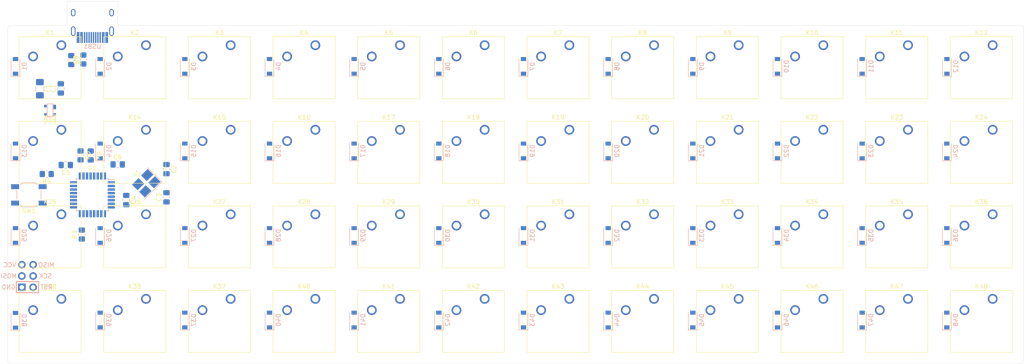
<source format=kicad_pcb>
(kicad_pcb (version 20171130) (host pcbnew 5.1.9-73d0e3b20d~88~ubuntu20.04.1)
  (layers (0 F.Cu signal) (31 B.Cu signal) (34 B.Paste user) (35 F.Paste user) (36 B.SilkS user) (37 F.SilkS user) (38 B.Mask user) (39 F.Mask user) (44 Edge.Cuts user))
  (net 0 "")
  (net 1 +5V)
  (net 2 VCC)
  (net 3 "Net-(D1-Pad2)")
  (net 4 "Net-(D2-Pad2)")
  (net 5 "Net-(D3-Pad2)")
  (net 6 "Net-(D4-Pad2)")
  (net 7 "Net-(R3-Pad1)")
  (net 8 "Net-(U1-Pad8)")
  (net 9 "Net-(U1-Pad9)")
  (net 10 "Net-(U1-Pad10)")
  (net 11 "Net-(U1-Pad11)")
  (net 12 "Net-(U1-Pad12)")
  (net 13 "Net-(U1-Pad18)")
  (net 14 "Net-(U1-Pad19)")
  (net 15 "Net-(U1-Pad20)")
  (net 16 "Net-(U1-Pad21)")
  (net 17 "Net-(U1-Pad22)")
  (net 18 "Net-(U1-Pad25)")
  (net 19 "Net-(U1-Pad26)")
  (net 20 row0)
  (net 21 row1)
  (net 22 row2)
  (net 23 row3)
  (net 24 "Net-(D5-Pad2)")
  (net 25 "Net-(D6-Pad2)")
  (net 26 "Net-(D7-Pad2)")
  (net 27 "Net-(D8-Pad2)")
  (net 28 "Net-(D9-Pad2)")
  (net 29 "Net-(D10-Pad2)")
  (net 30 "Net-(D11-Pad2)")
  (net 31 "Net-(D12-Pad2)")
  (net 32 "Net-(D13-Pad2)")
  (net 33 "Net-(D14-Pad2)")
  (net 34 "Net-(D15-Pad2)")
  (net 35 "Net-(D16-Pad2)")
  (net 36 "Net-(D17-Pad2)")
  (net 37 "Net-(D18-Pad2)")
  (net 38 "Net-(D19-Pad2)")
  (net 39 "Net-(D20-Pad2)")
  (net 40 "Net-(D21-Pad2)")
  (net 41 "Net-(D22-Pad2)")
  (net 42 "Net-(D23-Pad2)")
  (net 43 "Net-(D24-Pad2)")
  (net 44 "Net-(D25-Pad2)")
  (net 45 "Net-(D26-Pad2)")
  (net 46 "Net-(D27-Pad2)")
  (net 47 "Net-(D28-Pad2)")
  (net 48 "Net-(D29-Pad2)")
  (net 49 "Net-(D30-Pad2)")
  (net 50 "Net-(D31-Pad2)")
  (net 51 "Net-(D32-Pad2)")
  (net 52 "Net-(D33-Pad2)")
  (net 53 "Net-(D34-Pad2)")
  (net 54 "Net-(D35-Pad2)")
  (net 55 "Net-(D36-Pad2)")
  (net 56 "Net-(D37-Pad2)")
  (net 57 "Net-(D38-Pad2)")
  (net 58 "Net-(D39-Pad2)")
  (net 59 "Net-(D40-Pad2)")
  (net 60 "Net-(D41-Pad2)")
  (net 61 "Net-(D42-Pad2)")
  (net 62 "Net-(D43-Pad2)")
  (net 63 "Net-(D44-Pad2)")
  (net 64 "Net-(D45-Pad2)")
  (net 65 "Net-(D46-Pad2)")
  (net 66 "Net-(D47-Pad2)")
  (net 67 "Net-(D48-Pad2)")
  (net 68 "Net-(D49-Pad2)")
  (net 69 D+)
  (net 70 D-)
  (net 71 col0)
  (net 72 col1)
  (net 73 col2)
  (net 74 col3)
  (net 75 col4)
  (net 76 col5)
  (net 77 col6)
  (net 78 col7)
  (net 79 col8)
  (net 80 col9)
  (net 81 col10)
  (net 82 col11)
  (net 83 GND)
  (net 84 "Net-(C1-Pad1)")
  (net 85 XTAL1)
  (net 86 XTAL2)
  (net 87 RESET)
  (net 88 MOSI)
  (net 89 SCK)
  (net 90 MISO)
  (net 91 "Net-(R5-Pad2)")
  (net 92 "Net-(R7-Pad1)")
  (net 93 "Net-(R8-Pad1)")
  (net 94 "Net-(U1-Pad23)")
  (net 95 "Net-(U1-Pad14)")
  (net 96 "Net-(U1-Pad7)")
  (net 97 "Net-(U1-Pad6)")
  (net 98 "Net-(U1-Pad5)")
  (net 99 "Net-(USB1-Pad3)")
  (net 100 "Net-(USB1-Pad9)")
  (module Crystal:Crystal_SMD_3225-4Pin_3.2x2.5mm_HandSoldering (layer B.Cu) (at 62.918382 59.280272 225)
    (fp_text reference Y1 (at 0 3.05 45) (layer F.SilkS))
    (fp_text value XTAL)
    (pad 4 smd rect (at -1.45 1.15 225) (size 2.1 1.8) (layers B.Cu B.Paste B.Mask) (net 83 GND))
    (pad 3 smd rect (at 1.45 1.15 225) (size 2.1 1.8) (layers B.Cu B.Paste B.Mask) (net 86 XTAL2))
    (pad 2 smd rect (at 1.45 -1.15 225) (size 2.1 1.8) (layers B.Cu B.Paste B.Mask) (net 83 GND))
    (pad 1 smd rect (at -1.45 -1.15 225) (size 2.1 1.8) (layers B.Cu B.Paste B.Mask) (net 85 XTAL1))
  )
  (module Type-C:HRO-TYPE-C-31-M-12-HandSoldering (layer B.Cu) (at 50.8 18.25625)
    (fp_text reference USB1 (at 0 10.2) (layer B.SilkS) (effects (justify mirror)))
    (fp_text value HRO-TYPE-C-31-M-12)
    (pad 12 smd rect (at 3.225 8.195) (size 0.6 2.45) (layers B.Cu B.Paste B.Mask) (net 83 GND))
    (pad 1 smd rect (at -3.225 8.195) (size 0.6 2.45) (layers B.Cu B.Paste B.Mask) (net 83 GND))
    (pad 11 smd rect (at 2.45 8.195) (size 0.6 2.45) (layers B.Cu B.Paste B.Mask) (net 2 VCC))
    (pad 2 smd rect (at -2.45 8.195) (size 0.6 2.45) (layers B.Cu B.Paste B.Mask) (net 2 VCC))
    (pad 3 smd rect (at -1.75 8.195) (size 0.3 2.45) (layers B.Cu B.Paste B.Mask) (net 99 "Net-(USB1-Pad3)"))
    (pad 10 smd rect (at 1.75 8.195) (size 0.3 2.45) (layers B.Cu B.Paste B.Mask) (net 92 "Net-(R7-Pad1)"))
    (pad 4 smd rect (at -1.25 8.195) (size 0.3 2.45) (layers B.Cu B.Paste B.Mask) (net 93 "Net-(R8-Pad1)"))
    (pad 9 smd rect (at 1.25 8.195) (size 0.3 2.45) (layers B.Cu B.Paste B.Mask) (net 100 "Net-(USB1-Pad9)"))
    (pad 5 smd rect (at -0.75 8.195) (size 0.3 2.45) (layers B.Cu B.Paste B.Mask) (net 91 "Net-(R5-Pad2)"))
    (pad 8 smd rect (at 0.75 8.195) (size 0.3 2.45) (layers B.Cu B.Paste B.Mask) (net 68 "Net-(D49-Pad2)"))
    (pad 7 smd rect (at 0.25 8.195) (size 0.3 2.45) (layers B.Cu B.Paste B.Mask) (net 91 "Net-(R5-Pad2)"))
    (pad 6 smd rect (at -0.25 8.195) (size 0.3 2.45) (layers B.Cu B.Paste B.Mask) (net 68 "Net-(D49-Pad2)"))
    (pad "" np_thru_hole circle (at 2.89 6.25) (size 0.65 0.65) (drill 0.65) (layers *.Cu *.Mask))
    (pad "" np_thru_hole circle (at -2.89 6.25) (size 0.65 0.65) (drill 0.65) (layers *.Cu *.Mask))
    (pad 13 thru_hole oval (at -4.32 6.78) (size 1 2.1) (drill oval 0.6 1.7) (layers *.Cu F.Mask) (net 83 GND))
    (pad 13 thru_hole oval (at 4.32 6.78) (size 1 2.1) (drill oval 0.6 1.7) (layers *.Cu F.Mask) (net 83 GND))
    (pad 13 thru_hole oval (at -4.32 2.6) (size 1 1.6) (drill oval 0.6 1.2) (layers *.Cu F.Mask) (net 83 GND))
    (pad 13 thru_hole oval (at 4.32 2.6) (size 1 1.6) (drill oval 0.6 1.2) (layers *.Cu F.Mask) (net 83 GND))
  )
  (module Package_QFP:TQFP-32_7x7mm_P0.8mm (layer B.Cu) (at 50.8 61.9125 180)
    (fp_text reference U1 (at 0 6.05) (layer F.SilkS))
    (fp_text value ATMEGA32U2)
    (pad 32 smd rect (at -2.8 4.25 90) (size 1.6 0.55) (layers B.Cu B.Paste B.Mask) (net 1 +5V))
    (pad 31 smd rect (at -2 4.25 90) (size 1.6 0.55) (layers B.Cu B.Paste B.Mask) (net 1 +5V))
    (pad 30 smd rect (at -1.2 4.25 90) (size 1.6 0.55) (layers B.Cu B.Paste B.Mask) (net 70 D-))
    (pad 29 smd rect (at -0.4 4.25 90) (size 1.6 0.55) (layers B.Cu B.Paste B.Mask) (net 69 D+))
    (pad 28 smd rect (at 0.4 4.25 90) (size 1.6 0.55) (layers B.Cu B.Paste B.Mask) (net 83 GND))
    (pad 27 smd rect (at 1.2 4.25 90) (size 1.6 0.55) (layers B.Cu B.Paste B.Mask) (net 84 "Net-(C1-Pad1)"))
    (pad 26 smd rect (at 2 4.25 90) (size 1.6 0.55) (layers B.Cu B.Paste B.Mask) (net 19 "Net-(U1-Pad26)"))
    (pad 25 smd rect (at 2.8 4.25 90) (size 1.6 0.55) (layers B.Cu B.Paste B.Mask) (net 18 "Net-(U1-Pad25)"))
    (pad 24 smd rect (at 4.25 2.8 180) (size 1.6 0.55) (layers B.Cu B.Paste B.Mask) (net 87 RESET))
    (pad 23 smd rect (at 4.25 2 180) (size 1.6 0.55) (layers B.Cu B.Paste B.Mask) (net 94 "Net-(U1-Pad23)"))
    (pad 22 smd rect (at 4.25 1.2 180) (size 1.6 0.55) (layers B.Cu B.Paste B.Mask) (net 17 "Net-(U1-Pad22)"))
    (pad 21 smd rect (at 4.25 0.4 180) (size 1.6 0.55) (layers B.Cu B.Paste B.Mask) (net 16 "Net-(U1-Pad21)"))
    (pad 20 smd rect (at 4.25 -0.4 180) (size 1.6 0.55) (layers B.Cu B.Paste B.Mask) (net 15 "Net-(U1-Pad20)"))
    (pad 19 smd rect (at 4.25 -1.2 180) (size 1.6 0.55) (layers B.Cu B.Paste B.Mask) (net 14 "Net-(U1-Pad19)"))
    (pad 18 smd rect (at 4.25 -2 180) (size 1.6 0.55) (layers B.Cu B.Paste B.Mask) (net 13 "Net-(U1-Pad18)"))
    (pad 17 smd rect (at 4.25 -2.8 180) (size 1.6 0.55) (layers B.Cu B.Paste B.Mask) (net 90 MISO))
    (pad 16 smd rect (at 2.8 -4.25 90) (size 1.6 0.55) (layers B.Cu B.Paste B.Mask) (net 88 MOSI))
    (pad 15 smd rect (at 2 -4.25 90) (size 1.6 0.55) (layers B.Cu B.Paste B.Mask) (net 89 SCK))
    (pad 14 smd rect (at 1.2 -4.25 90) (size 1.6 0.55) (layers B.Cu B.Paste B.Mask) (net 95 "Net-(U1-Pad14)"))
    (pad 13 smd rect (at 0.4 -4.25 90) (size 1.6 0.55) (layers B.Cu B.Paste B.Mask) (net 7 "Net-(R3-Pad1)"))
    (pad 12 smd rect (at -0.4 -4.25 90) (size 1.6 0.55) (layers B.Cu B.Paste B.Mask) (net 12 "Net-(U1-Pad12)"))
    (pad 11 smd rect (at -1.2 -4.25 90) (size 1.6 0.55) (layers B.Cu B.Paste B.Mask) (net 11 "Net-(U1-Pad11)"))
    (pad 10 smd rect (at -2 -4.25 90) (size 1.6 0.55) (layers B.Cu B.Paste B.Mask) (net 10 "Net-(U1-Pad10)"))
    (pad 9 smd rect (at -2.8 -4.25 90) (size 1.6 0.55) (layers B.Cu B.Paste B.Mask) (net 9 "Net-(U1-Pad9)"))
    (pad 8 smd rect (at -4.25 -2.8 180) (size 1.6 0.55) (layers B.Cu B.Paste B.Mask) (net 8 "Net-(U1-Pad8)"))
    (pad 7 smd rect (at -4.25 -2 180) (size 1.6 0.55) (layers B.Cu B.Paste B.Mask) (net 96 "Net-(U1-Pad7)"))
    (pad 6 smd rect (at -4.25 -1.2 180) (size 1.6 0.55) (layers B.Cu B.Paste B.Mask) (net 97 "Net-(U1-Pad6)"))
    (pad 5 smd rect (at -4.25 -0.4 180) (size 1.6 0.55) (layers B.Cu B.Paste B.Mask) (net 98 "Net-(U1-Pad5)"))
    (pad 4 smd rect (at -4.25 0.4 180) (size 1.6 0.55) (layers B.Cu B.Paste B.Mask) (net 1 +5V))
    (pad 3 smd rect (at -4.25 1.2 180) (size 1.6 0.55) (layers B.Cu B.Paste B.Mask) (net 83 GND))
    (pad 2 smd rect (at -4.25 2 180) (size 1.6 0.55) (layers B.Cu B.Paste B.Mask) (net 86 XTAL2))
    (pad 1 smd rect (at -4.25 2.8 180) (size 1.6 0.55) (layers B.Cu B.Paste B.Mask) (net 85 XTAL1))
  )
  (module Button_Switch_SMD:SW_SPST_SKQG_WithStem (layer B.Cu) (at 36.5125 61.9125)
    (fp_text reference SW1 (at 0 3.6) (layer F.SilkS))
    (fp_text value SW_PUSH)
    (pad 2 smd rect (at 3.1 -1.85) (size 1.8 1.1) (layers B.Cu B.Paste B.Mask) (net 87 RESET))
    (pad 2 smd rect (at -3.1 -1.85) (size 1.8 1.1) (layers B.Cu B.Paste B.Mask) (net 87 RESET))
    (pad 1 smd rect (at 3.1 1.85) (size 1.8 1.1) (layers B.Cu B.Paste B.Mask) (net 83 GND))
    (pad 1 smd rect (at -3.1 1.85) (size 1.8 1.1) (layers B.Cu B.Paste B.Mask) (net 83 GND))
  )
  (module Resistor_SMD:R_0805_2012Metric_Pad1.20x1.40mm_HandSolder (layer B.Cu) (at 48.768 31.4165 270)
    (fp_text reference R8 (at 0 1.65 90) (layer F.SilkS))
    (fp_text value 5.1k)
    (pad 2 smd roundrect (at 1 0 270) (size 1.2 1.4) (layers B.Cu B.Paste B.Mask) (roundrect_rratio 0.208333) (net 83 GND))
    (pad 1 smd roundrect (at -1 0 270) (size 1.2 1.4) (layers B.Cu B.Paste B.Mask) (roundrect_rratio 0.208333) (net 93 "Net-(R8-Pad1)"))
  )
  (module Resistor_SMD:R_0805_2012Metric_Pad1.20x1.40mm_HandSolder (layer B.Cu) (at 46.0375 31.54375 90)
    (fp_text reference R7 (at 0 1.65 90) (layer F.SilkS))
    (fp_text value 5.1k)
    (pad 2 smd roundrect (at 1 0 90) (size 1.2 1.4) (layers B.Cu B.Paste B.Mask) (roundrect_rratio 0.208333) (net 83 GND))
    (pad 1 smd roundrect (at -1 0 90) (size 1.2 1.4) (layers B.Cu B.Paste B.Mask) (roundrect_rratio 0.208333) (net 92 "Net-(R7-Pad1)"))
  )
  (module Resistor_SMD:R_0805_2012Metric_Pad1.20x1.40mm_HandSolder (layer B.Cu) (at 48.133 53.0225 90)
    (fp_text reference R6 (at 0 1.65 90) (layer F.SilkS))
    (fp_text value 22)
    (pad 2 smd roundrect (at 1 0 90) (size 1.2 1.4) (layers B.Cu B.Paste B.Mask) (roundrect_rratio 0.208333) (net 68 "Net-(D49-Pad2)"))
    (pad 1 smd roundrect (at -1 0 90) (size 1.2 1.4) (layers B.Cu B.Paste B.Mask) (roundrect_rratio 0.208333) (net 69 D+))
  )
  (module Resistor_SMD:R_0805_2012Metric_Pad1.20x1.40mm_HandSolder (layer B.Cu) (at 50.419 53.0385 90)
    (fp_text reference R5 (at 0 1.65 90) (layer F.SilkS))
    (fp_text value 22)
    (pad 2 smd roundrect (at 1 0 90) (size 1.2 1.4) (layers B.Cu B.Paste B.Mask) (roundrect_rratio 0.208333) (net 91 "Net-(R5-Pad2)"))
    (pad 1 smd roundrect (at -1 0 90) (size 1.2 1.4) (layers B.Cu B.Paste B.Mask) (roundrect_rratio 0.208333) (net 70 D-))
  )
  (module Resistor_SMD:R_0805_2012Metric_Pad1.20x1.40mm_HandSolder (layer B.Cu) (at 40.529 57.2135)
    (fp_text reference R4 (at 0 1.65) (layer F.SilkS))
    (fp_text value 10k)
    (pad 2 smd roundrect (at 1 0) (size 1.2 1.4) (layers B.Cu B.Paste B.Mask) (roundrect_rratio 0.208333) (net 1 +5V))
    (pad 1 smd roundrect (at -1 0) (size 1.2 1.4) (layers B.Cu B.Paste B.Mask) (roundrect_rratio 0.208333) (net 87 RESET))
  )
  (module Resistor_SMD:R_0805_2012Metric_Pad1.20x1.40mm_HandSolder (layer B.Cu) (at 48.41875 70.85 270)
    (fp_text reference R3 (at 0 1.65 90) (layer F.SilkS))
    (fp_text value 10k)
    (pad 2 smd roundrect (at 1 0 270) (size 1.2 1.4) (layers B.Cu B.Paste B.Mask) (roundrect_rratio 0.208333) (net 83 GND))
    (pad 1 smd roundrect (at -1 0 270) (size 1.2 1.4) (layers B.Cu B.Paste B.Mask) (roundrect_rratio 0.208333) (net 7 "Net-(R3-Pad1)"))
  )
  (module Button_Switch_Keyboard:SW_Cherry_MX_1.00u_Plate (layer F.Cu) (at 253.365 85.344)
    (fp_text reference K48 (at -2.54 -2.794) (layer F.SilkS))
    (fp_text value KEYSW)
    (pad "" np_thru_hole circle (at -2.54 5.08) (size 4 4) (drill 4) (layers *.Cu *.Mask))
    (pad 2 thru_hole circle (at -6.35 2.54) (size 2.2 2.2) (drill 1.5) (layers *.Cu *.Mask) (net 67 "Net-(D48-Pad2)"))
    (pad 1 thru_hole circle (at 0 0) (size 2.2 2.2) (drill 1.5) (layers *.Cu *.Mask) (net 82 col11))
  )
  (module Button_Switch_Keyboard:SW_Cherry_MX_1.00u_Plate (layer F.Cu) (at 234.315 85.344)
    (fp_text reference K47 (at -2.54 -2.794) (layer F.SilkS))
    (fp_text value KEYSW)
    (pad "" np_thru_hole circle (at -2.54 5.08) (size 4 4) (drill 4) (layers *.Cu *.Mask))
    (pad 2 thru_hole circle (at -6.35 2.54) (size 2.2 2.2) (drill 1.5) (layers *.Cu *.Mask) (net 66 "Net-(D47-Pad2)"))
    (pad 1 thru_hole circle (at 0 0) (size 2.2 2.2) (drill 1.5) (layers *.Cu *.Mask) (net 81 col10))
  )
  (module Button_Switch_Keyboard:SW_Cherry_MX_1.00u_Plate (layer F.Cu) (at 215.265 85.344)
    (fp_text reference K46 (at -2.54 -2.794) (layer F.SilkS))
    (fp_text value KEYSW)
    (pad "" np_thru_hole circle (at -2.54 5.08) (size 4 4) (drill 4) (layers *.Cu *.Mask))
    (pad 2 thru_hole circle (at -6.35 2.54) (size 2.2 2.2) (drill 1.5) (layers *.Cu *.Mask) (net 65 "Net-(D46-Pad2)"))
    (pad 1 thru_hole circle (at 0 0) (size 2.2 2.2) (drill 1.5) (layers *.Cu *.Mask) (net 80 col9))
  )
  (module Button_Switch_Keyboard:SW_Cherry_MX_1.00u_Plate (layer F.Cu) (at 196.215 85.344)
    (fp_text reference K45 (at -2.54 -2.794) (layer F.SilkS))
    (fp_text value KEYSW)
    (pad "" np_thru_hole circle (at -2.54 5.08) (size 4 4) (drill 4) (layers *.Cu *.Mask))
    (pad 2 thru_hole circle (at -6.35 2.54) (size 2.2 2.2) (drill 1.5) (layers *.Cu *.Mask) (net 64 "Net-(D45-Pad2)"))
    (pad 1 thru_hole circle (at 0 0) (size 2.2 2.2) (drill 1.5) (layers *.Cu *.Mask) (net 79 col8))
  )
  (module Button_Switch_Keyboard:SW_Cherry_MX_1.00u_Plate (layer F.Cu) (at 177.165 85.344)
    (fp_text reference K44 (at -2.54 -2.794) (layer F.SilkS))
    (fp_text value KEYSW)
    (pad "" np_thru_hole circle (at -2.54 5.08) (size 4 4) (drill 4) (layers *.Cu *.Mask))
    (pad 2 thru_hole circle (at -6.35 2.54) (size 2.2 2.2) (drill 1.5) (layers *.Cu *.Mask) (net 63 "Net-(D44-Pad2)"))
    (pad 1 thru_hole circle (at 0 0) (size 2.2 2.2) (drill 1.5) (layers *.Cu *.Mask) (net 78 col7))
  )
  (module Button_Switch_Keyboard:SW_Cherry_MX_1.00u_Plate (layer F.Cu) (at 158.115 85.344)
    (fp_text reference K43 (at -2.54 -2.794) (layer F.SilkS))
    (fp_text value KEYSW)
    (pad "" np_thru_hole circle (at -2.54 5.08) (size 4 4) (drill 4) (layers *.Cu *.Mask))
    (pad 2 thru_hole circle (at -6.35 2.54) (size 2.2 2.2) (drill 1.5) (layers *.Cu *.Mask) (net 62 "Net-(D43-Pad2)"))
    (pad 1 thru_hole circle (at 0 0) (size 2.2 2.2) (drill 1.5) (layers *.Cu *.Mask) (net 77 col6))
  )
  (module Button_Switch_Keyboard:SW_Cherry_MX_1.00u_Plate (layer F.Cu) (at 139.065 85.344)
    (fp_text reference K42 (at -2.54 -2.794) (layer F.SilkS))
    (fp_text value KEYSW)
    (pad "" np_thru_hole circle (at -2.54 5.08) (size 4 4) (drill 4) (layers *.Cu *.Mask))
    (pad 2 thru_hole circle (at -6.35 2.54) (size 2.2 2.2) (drill 1.5) (layers *.Cu *.Mask) (net 61 "Net-(D42-Pad2)"))
    (pad 1 thru_hole circle (at 0 0) (size 2.2 2.2) (drill 1.5) (layers *.Cu *.Mask) (net 76 col5))
  )
  (module Button_Switch_Keyboard:SW_Cherry_MX_1.00u_Plate (layer F.Cu) (at 120.015 85.344)
    (fp_text reference K41 (at -2.54 -2.794) (layer F.SilkS))
    (fp_text value KEYSW)
    (pad "" np_thru_hole circle (at -2.54 5.08) (size 4 4) (drill 4) (layers *.Cu *.Mask))
    (pad 2 thru_hole circle (at -6.35 2.54) (size 2.2 2.2) (drill 1.5) (layers *.Cu *.Mask) (net 60 "Net-(D41-Pad2)"))
    (pad 1 thru_hole circle (at 0 0) (size 2.2 2.2) (drill 1.5) (layers *.Cu *.Mask) (net 75 col4))
  )
  (module Button_Switch_Keyboard:SW_Cherry_MX_1.00u_Plate (layer F.Cu) (at 100.965 85.344)
    (fp_text reference K40 (at -2.54 -2.794) (layer F.SilkS))
    (fp_text value KEYSW)
    (pad "" np_thru_hole circle (at -2.54 5.08) (size 4 4) (drill 4) (layers *.Cu *.Mask))
    (pad 2 thru_hole circle (at -6.35 2.54) (size 2.2 2.2) (drill 1.5) (layers *.Cu *.Mask) (net 59 "Net-(D40-Pad2)"))
    (pad 1 thru_hole circle (at 0 0) (size 2.2 2.2) (drill 1.5) (layers *.Cu *.Mask) (net 74 col3))
  )
  (module Button_Switch_Keyboard:SW_Cherry_MX_1.00u_Plate (layer F.Cu) (at 62.865 85.344)
    (fp_text reference K39 (at -2.54 -2.794) (layer F.SilkS))
    (fp_text value KEYSW)
    (pad "" np_thru_hole circle (at -2.54 5.08) (size 4 4) (drill 4) (layers *.Cu *.Mask))
    (pad 2 thru_hole circle (at -6.35 2.54) (size 2.2 2.2) (drill 1.5) (layers *.Cu *.Mask) (net 58 "Net-(D39-Pad2)"))
    (pad 1 thru_hole circle (at 0 0) (size 2.2 2.2) (drill 1.5) (layers *.Cu *.Mask) (net 73 col2))
  )
  (module Button_Switch_Keyboard:SW_Cherry_MX_1.00u_Plate (layer F.Cu) (at 43.815 85.344)
    (fp_text reference K38 (at -2.54 -2.794) (layer F.SilkS))
    (fp_text value KEYSW)
    (pad "" np_thru_hole circle (at -2.54 5.08) (size 4 4) (drill 4) (layers *.Cu *.Mask))
    (pad 2 thru_hole circle (at -6.35 2.54) (size 2.2 2.2) (drill 1.5) (layers *.Cu *.Mask) (net 57 "Net-(D38-Pad2)"))
    (pad 1 thru_hole circle (at 0 0) (size 2.2 2.2) (drill 1.5) (layers *.Cu *.Mask) (net 72 col1))
  )
  (module Button_Switch_Keyboard:SW_Cherry_MX_1.00u_Plate (layer F.Cu) (at 81.915 85.344)
    (fp_text reference K37 (at -2.54 -2.794) (layer F.SilkS))
    (fp_text value KEYSW)
    (pad "" np_thru_hole circle (at -2.54 5.08) (size 4 4) (drill 4) (layers *.Cu *.Mask))
    (pad 2 thru_hole circle (at -6.35 2.54) (size 2.2 2.2) (drill 1.5) (layers *.Cu *.Mask) (net 56 "Net-(D37-Pad2)"))
    (pad 1 thru_hole circle (at 0 0) (size 2.2 2.2) (drill 1.5) (layers *.Cu *.Mask) (net 71 col0))
  )
  (module Button_Switch_Keyboard:SW_Cherry_MX_1.00u_Plate (layer F.Cu) (at 253.365 66.294)
    (fp_text reference K36 (at -2.54 -2.794) (layer F.SilkS))
    (fp_text value KEYSW)
    (pad "" np_thru_hole circle (at -2.54 5.08) (size 4 4) (drill 4) (layers *.Cu *.Mask))
    (pad 2 thru_hole circle (at -6.35 2.54) (size 2.2 2.2) (drill 1.5) (layers *.Cu *.Mask) (net 55 "Net-(D36-Pad2)"))
    (pad 1 thru_hole circle (at 0 0) (size 2.2 2.2) (drill 1.5) (layers *.Cu *.Mask) (net 82 col11))
  )
  (module Button_Switch_Keyboard:SW_Cherry_MX_1.00u_Plate (layer F.Cu) (at 234.315 66.294)
    (fp_text reference K35 (at -2.54 -2.794) (layer F.SilkS))
    (fp_text value KEYSW)
    (pad "" np_thru_hole circle (at -2.54 5.08) (size 4 4) (drill 4) (layers *.Cu *.Mask))
    (pad 2 thru_hole circle (at -6.35 2.54) (size 2.2 2.2) (drill 1.5) (layers *.Cu *.Mask) (net 54 "Net-(D35-Pad2)"))
    (pad 1 thru_hole circle (at 0 0) (size 2.2 2.2) (drill 1.5) (layers *.Cu *.Mask) (net 81 col10))
  )
  (module Button_Switch_Keyboard:SW_Cherry_MX_1.00u_Plate (layer F.Cu) (at 215.265 66.294)
    (fp_text reference K34 (at -2.54 -2.794) (layer F.SilkS))
    (fp_text value KEYSW)
    (pad "" np_thru_hole circle (at -2.54 5.08) (size 4 4) (drill 4) (layers *.Cu *.Mask))
    (pad 2 thru_hole circle (at -6.35 2.54) (size 2.2 2.2) (drill 1.5) (layers *.Cu *.Mask) (net 53 "Net-(D34-Pad2)"))
    (pad 1 thru_hole circle (at 0 0) (size 2.2 2.2) (drill 1.5) (layers *.Cu *.Mask) (net 80 col9))
  )
  (module Button_Switch_Keyboard:SW_Cherry_MX_1.00u_Plate (layer F.Cu) (at 196.215 66.294)
    (fp_text reference K33 (at -2.54 -2.794) (layer F.SilkS))
    (fp_text value KEYSW)
    (pad "" np_thru_hole circle (at -2.54 5.08) (size 4 4) (drill 4) (layers *.Cu *.Mask))
    (pad 2 thru_hole circle (at -6.35 2.54) (size 2.2 2.2) (drill 1.5) (layers *.Cu *.Mask) (net 52 "Net-(D33-Pad2)"))
    (pad 1 thru_hole circle (at 0 0) (size 2.2 2.2) (drill 1.5) (layers *.Cu *.Mask) (net 79 col8))
  )
  (module Button_Switch_Keyboard:SW_Cherry_MX_1.00u_Plate (layer F.Cu) (at 177.165 66.294)
    (fp_text reference K32 (at -2.54 -2.794) (layer F.SilkS))
    (fp_text value KEYSW)
    (pad "" np_thru_hole circle (at -2.54 5.08) (size 4 4) (drill 4) (layers *.Cu *.Mask))
    (pad 2 thru_hole circle (at -6.35 2.54) (size 2.2 2.2) (drill 1.5) (layers *.Cu *.Mask) (net 51 "Net-(D32-Pad2)"))
    (pad 1 thru_hole circle (at 0 0) (size 2.2 2.2) (drill 1.5) (layers *.Cu *.Mask) (net 78 col7))
  )
  (module Button_Switch_Keyboard:SW_Cherry_MX_1.00u_Plate (layer F.Cu) (at 158.115 66.294)
    (fp_text reference K31 (at -2.54 -2.794) (layer F.SilkS))
    (fp_text value KEYSW)
    (pad "" np_thru_hole circle (at -2.54 5.08) (size 4 4) (drill 4) (layers *.Cu *.Mask))
    (pad 2 thru_hole circle (at -6.35 2.54) (size 2.2 2.2) (drill 1.5) (layers *.Cu *.Mask) (net 50 "Net-(D31-Pad2)"))
    (pad 1 thru_hole circle (at 0 0) (size 2.2 2.2) (drill 1.5) (layers *.Cu *.Mask) (net 77 col6))
  )
  (module Button_Switch_Keyboard:SW_Cherry_MX_1.00u_Plate (layer F.Cu) (at 139.065 66.294)
    (fp_text reference K30 (at -2.54 -2.794) (layer F.SilkS))
    (fp_text value KEYSW)
    (pad "" np_thru_hole circle (at -2.54 5.08) (size 4 4) (drill 4) (layers *.Cu *.Mask))
    (pad 2 thru_hole circle (at -6.35 2.54) (size 2.2 2.2) (drill 1.5) (layers *.Cu *.Mask) (net 49 "Net-(D30-Pad2)"))
    (pad 1 thru_hole circle (at 0 0) (size 2.2 2.2) (drill 1.5) (layers *.Cu *.Mask) (net 76 col5))
  )
  (module Button_Switch_Keyboard:SW_Cherry_MX_1.00u_Plate (layer F.Cu) (at 120.015 66.294)
    (fp_text reference K29 (at -2.54 -2.794) (layer F.SilkS))
    (fp_text value KEYSW)
    (pad "" np_thru_hole circle (at -2.54 5.08) (size 4 4) (drill 4) (layers *.Cu *.Mask))
    (pad 2 thru_hole circle (at -6.35 2.54) (size 2.2 2.2) (drill 1.5) (layers *.Cu *.Mask) (net 48 "Net-(D29-Pad2)"))
    (pad 1 thru_hole circle (at 0 0) (size 2.2 2.2) (drill 1.5) (layers *.Cu *.Mask) (net 75 col4))
  )
  (module Button_Switch_Keyboard:SW_Cherry_MX_1.00u_Plate (layer F.Cu) (at 100.965 66.294)
    (fp_text reference K28 (at -2.54 -2.794) (layer F.SilkS))
    (fp_text value KEYSW)
    (pad "" np_thru_hole circle (at -2.54 5.08) (size 4 4) (drill 4) (layers *.Cu *.Mask))
    (pad 2 thru_hole circle (at -6.35 2.54) (size 2.2 2.2) (drill 1.5) (layers *.Cu *.Mask) (net 47 "Net-(D28-Pad2)"))
    (pad 1 thru_hole circle (at 0 0) (size 2.2 2.2) (drill 1.5) (layers *.Cu *.Mask) (net 74 col3))
  )
  (module Button_Switch_Keyboard:SW_Cherry_MX_1.00u_Plate (layer F.Cu) (at 81.915 66.294)
    (fp_text reference K27 (at -2.54 -2.794) (layer F.SilkS))
    (fp_text value KEYSW)
    (pad "" np_thru_hole circle (at -2.54 5.08) (size 4 4) (drill 4) (layers *.Cu *.Mask))
    (pad 2 thru_hole circle (at -6.35 2.54) (size 2.2 2.2) (drill 1.5) (layers *.Cu *.Mask) (net 46 "Net-(D27-Pad2)"))
    (pad 1 thru_hole circle (at 0 0) (size 2.2 2.2) (drill 1.5) (layers *.Cu *.Mask) (net 73 col2))
  )
  (module Button_Switch_Keyboard:SW_Cherry_MX_1.00u_Plate (layer F.Cu) (at 62.865 66.294)
    (fp_text reference K26 (at -2.54 -2.794) (layer F.SilkS))
    (fp_text value KEYSW)
    (pad "" np_thru_hole circle (at -2.54 5.08) (size 4 4) (drill 4) (layers *.Cu *.Mask))
    (pad 2 thru_hole circle (at -6.35 2.54) (size 2.2 2.2) (drill 1.5) (layers *.Cu *.Mask) (net 45 "Net-(D26-Pad2)"))
    (pad 1 thru_hole circle (at 0 0) (size 2.2 2.2) (drill 1.5) (layers *.Cu *.Mask) (net 72 col1))
  )
  (module Button_Switch_Keyboard:SW_Cherry_MX_1.00u_Plate (layer F.Cu) (at 43.815 66.294)
    (fp_text reference K25 (at -2.54 -2.794) (layer F.SilkS))
    (fp_text value KEYSW)
    (pad "" np_thru_hole circle (at -2.54 5.08) (size 4 4) (drill 4) (layers *.Cu *.Mask))
    (pad 2 thru_hole circle (at -6.35 2.54) (size 2.2 2.2) (drill 1.5) (layers *.Cu *.Mask) (net 44 "Net-(D25-Pad2)"))
    (pad 1 thru_hole circle (at 0 0) (size 2.2 2.2) (drill 1.5) (layers *.Cu *.Mask) (net 71 col0))
  )
  (module Button_Switch_Keyboard:SW_Cherry_MX_1.00u_Plate (layer F.Cu) (at 253.365 47.244)
    (fp_text reference K24 (at -2.54 -2.794) (layer F.SilkS))
    (fp_text value KEYSW)
    (pad "" np_thru_hole circle (at -2.54 5.08) (size 4 4) (drill 4) (layers *.Cu *.Mask))
    (pad 2 thru_hole circle (at -6.35 2.54) (size 2.2 2.2) (drill 1.5) (layers *.Cu *.Mask) (net 43 "Net-(D24-Pad2)"))
    (pad 1 thru_hole circle (at 0 0) (size 2.2 2.2) (drill 1.5) (layers *.Cu *.Mask) (net 82 col11))
  )
  (module Button_Switch_Keyboard:SW_Cherry_MX_1.00u_Plate (layer F.Cu) (at 234.315 47.244)
    (fp_text reference K23 (at -2.54 -2.794) (layer F.SilkS))
    (fp_text value KEYSW)
    (pad "" np_thru_hole circle (at -2.54 5.08) (size 4 4) (drill 4) (layers *.Cu *.Mask))
    (pad 2 thru_hole circle (at -6.35 2.54) (size 2.2 2.2) (drill 1.5) (layers *.Cu *.Mask) (net 42 "Net-(D23-Pad2)"))
    (pad 1 thru_hole circle (at 0 0) (size 2.2 2.2) (drill 1.5) (layers *.Cu *.Mask) (net 81 col10))
  )
  (module Button_Switch_Keyboard:SW_Cherry_MX_1.00u_Plate (layer F.Cu) (at 215.265 47.244)
    (fp_text reference K22 (at -2.54 -2.794) (layer F.SilkS))
    (fp_text value KEYSW)
    (pad "" np_thru_hole circle (at -2.54 5.08) (size 4 4) (drill 4) (layers *.Cu *.Mask))
    (pad 2 thru_hole circle (at -6.35 2.54) (size 2.2 2.2) (drill 1.5) (layers *.Cu *.Mask) (net 41 "Net-(D22-Pad2)"))
    (pad 1 thru_hole circle (at 0 0) (size 2.2 2.2) (drill 1.5) (layers *.Cu *.Mask) (net 80 col9))
  )
  (module Button_Switch_Keyboard:SW_Cherry_MX_1.00u_Plate (layer F.Cu) (at 196.215 47.244)
    (fp_text reference K21 (at -2.54 -2.794) (layer F.SilkS))
    (fp_text value KEYSW)
    (pad "" np_thru_hole circle (at -2.54 5.08) (size 4 4) (drill 4) (layers *.Cu *.Mask))
    (pad 2 thru_hole circle (at -6.35 2.54) (size 2.2 2.2) (drill 1.5) (layers *.Cu *.Mask) (net 40 "Net-(D21-Pad2)"))
    (pad 1 thru_hole circle (at 0 0) (size 2.2 2.2) (drill 1.5) (layers *.Cu *.Mask) (net 79 col8))
  )
  (module Button_Switch_Keyboard:SW_Cherry_MX_1.00u_Plate (layer F.Cu) (at 177.165 47.244)
    (fp_text reference K20 (at -2.54 -2.794) (layer F.SilkS))
    (fp_text value KEYSW)
    (pad "" np_thru_hole circle (at -2.54 5.08) (size 4 4) (drill 4) (layers *.Cu *.Mask))
    (pad 2 thru_hole circle (at -6.35 2.54) (size 2.2 2.2) (drill 1.5) (layers *.Cu *.Mask) (net 39 "Net-(D20-Pad2)"))
    (pad 1 thru_hole circle (at 0 0) (size 2.2 2.2) (drill 1.5) (layers *.Cu *.Mask) (net 78 col7))
  )
  (module Button_Switch_Keyboard:SW_Cherry_MX_1.00u_Plate (layer F.Cu) (at 158.115 47.244)
    (fp_text reference K19 (at -2.54 -2.794) (layer F.SilkS))
    (fp_text value KEYSW)
    (pad "" np_thru_hole circle (at -2.54 5.08) (size 4 4) (drill 4) (layers *.Cu *.Mask))
    (pad 2 thru_hole circle (at -6.35 2.54) (size 2.2 2.2) (drill 1.5) (layers *.Cu *.Mask) (net 38 "Net-(D19-Pad2)"))
    (pad 1 thru_hole circle (at 0 0) (size 2.2 2.2) (drill 1.5) (layers *.Cu *.Mask) (net 77 col6))
  )
  (module Button_Switch_Keyboard:SW_Cherry_MX_1.00u_Plate (layer F.Cu) (at 139.065 47.244)
    (fp_text reference K18 (at -2.54 -2.794) (layer F.SilkS))
    (fp_text value KEYSW)
    (pad "" np_thru_hole circle (at -2.54 5.08) (size 4 4) (drill 4) (layers *.Cu *.Mask))
    (pad 2 thru_hole circle (at -6.35 2.54) (size 2.2 2.2) (drill 1.5) (layers *.Cu *.Mask) (net 37 "Net-(D18-Pad2)"))
    (pad 1 thru_hole circle (at 0 0) (size 2.2 2.2) (drill 1.5) (layers *.Cu *.Mask) (net 76 col5))
  )
  (module Button_Switch_Keyboard:SW_Cherry_MX_1.00u_Plate (layer F.Cu) (at 120.015 47.244)
    (fp_text reference K17 (at -2.54 -2.794) (layer F.SilkS))
    (fp_text value KEYSW)
    (pad "" np_thru_hole circle (at -2.54 5.08) (size 4 4) (drill 4) (layers *.Cu *.Mask))
    (pad 2 thru_hole circle (at -6.35 2.54) (size 2.2 2.2) (drill 1.5) (layers *.Cu *.Mask) (net 36 "Net-(D17-Pad2)"))
    (pad 1 thru_hole circle (at 0 0) (size 2.2 2.2) (drill 1.5) (layers *.Cu *.Mask) (net 75 col4))
  )
  (module Button_Switch_Keyboard:SW_Cherry_MX_1.00u_Plate (layer F.Cu) (at 100.965 47.244)
    (fp_text reference K16 (at -2.54 -2.794) (layer F.SilkS))
    (fp_text value KEYSW)
    (pad "" np_thru_hole circle (at -2.54 5.08) (size 4 4) (drill 4) (layers *.Cu *.Mask))
    (pad 2 thru_hole circle (at -6.35 2.54) (size 2.2 2.2) (drill 1.5) (layers *.Cu *.Mask) (net 35 "Net-(D16-Pad2)"))
    (pad 1 thru_hole circle (at 0 0) (size 2.2 2.2) (drill 1.5) (layers *.Cu *.Mask) (net 74 col3))
  )
  (module Button_Switch_Keyboard:SW_Cherry_MX_1.00u_Plate (layer F.Cu) (at 81.915 47.244)
    (fp_text reference K15 (at -2.54 -2.794) (layer F.SilkS))
    (fp_text value KEYSW)
    (pad "" np_thru_hole circle (at -2.54 5.08) (size 4 4) (drill 4) (layers *.Cu *.Mask))
    (pad 2 thru_hole circle (at -6.35 2.54) (size 2.2 2.2) (drill 1.5) (layers *.Cu *.Mask) (net 34 "Net-(D15-Pad2)"))
    (pad 1 thru_hole circle (at 0 0) (size 2.2 2.2) (drill 1.5) (layers *.Cu *.Mask) (net 73 col2))
  )
  (module Button_Switch_Keyboard:SW_Cherry_MX_1.00u_Plate (layer F.Cu) (at 62.865 47.244)
    (fp_text reference K14 (at -2.54 -2.794) (layer F.SilkS))
    (fp_text value KEYSW)
    (pad "" np_thru_hole circle (at -2.54 5.08) (size 4 4) (drill 4) (layers *.Cu *.Mask))
    (pad 2 thru_hole circle (at -6.35 2.54) (size 2.2 2.2) (drill 1.5) (layers *.Cu *.Mask) (net 33 "Net-(D14-Pad2)"))
    (pad 1 thru_hole circle (at 0 0) (size 2.2 2.2) (drill 1.5) (layers *.Cu *.Mask) (net 72 col1))
  )
  (module Button_Switch_Keyboard:SW_Cherry_MX_1.00u_Plate (layer F.Cu) (at 43.815 47.244)
    (fp_text reference K13 (at -2.54 -2.794) (layer F.SilkS))
    (fp_text value KEYSW)
    (pad "" np_thru_hole circle (at -2.54 5.08) (size 4 4) (drill 4) (layers *.Cu *.Mask))
    (pad 2 thru_hole circle (at -6.35 2.54) (size 2.2 2.2) (drill 1.5) (layers *.Cu *.Mask) (net 32 "Net-(D13-Pad2)"))
    (pad 1 thru_hole circle (at 0 0) (size 2.2 2.2) (drill 1.5) (layers *.Cu *.Mask) (net 71 col0))
  )
  (module Button_Switch_Keyboard:SW_Cherry_MX_1.00u_Plate (layer F.Cu) (at 253.365 28.194)
    (fp_text reference K12 (at -2.54 -2.794) (layer F.SilkS))
    (fp_text value KEYSW)
    (pad "" np_thru_hole circle (at -2.54 5.08) (size 4 4) (drill 4) (layers *.Cu *.Mask))
    (pad 2 thru_hole circle (at -6.35 2.54) (size 2.2 2.2) (drill 1.5) (layers *.Cu *.Mask) (net 31 "Net-(D12-Pad2)"))
    (pad 1 thru_hole circle (at 0 0) (size 2.2 2.2) (drill 1.5) (layers *.Cu *.Mask) (net 82 col11))
  )
  (module Button_Switch_Keyboard:SW_Cherry_MX_1.00u_Plate (layer F.Cu) (at 234.315 28.194)
    (fp_text reference K11 (at -2.54 -2.794) (layer F.SilkS))
    (fp_text value KEYSW)
    (pad "" np_thru_hole circle (at -2.54 5.08) (size 4 4) (drill 4) (layers *.Cu *.Mask))
    (pad 2 thru_hole circle (at -6.35 2.54) (size 2.2 2.2) (drill 1.5) (layers *.Cu *.Mask) (net 30 "Net-(D11-Pad2)"))
    (pad 1 thru_hole circle (at 0 0) (size 2.2 2.2) (drill 1.5) (layers *.Cu *.Mask) (net 81 col10))
  )
  (module Button_Switch_Keyboard:SW_Cherry_MX_1.00u_Plate (layer F.Cu) (at 215.265 28.194)
    (fp_text reference K10 (at -2.54 -2.794) (layer F.SilkS))
    (fp_text value KEYSW)
    (pad "" np_thru_hole circle (at -2.54 5.08) (size 4 4) (drill 4) (layers *.Cu *.Mask))
    (pad 2 thru_hole circle (at -6.35 2.54) (size 2.2 2.2) (drill 1.5) (layers *.Cu *.Mask) (net 29 "Net-(D10-Pad2)"))
    (pad 1 thru_hole circle (at 0 0) (size 2.2 2.2) (drill 1.5) (layers *.Cu *.Mask) (net 80 col9))
  )
  (module Button_Switch_Keyboard:SW_Cherry_MX_1.00u_Plate (layer F.Cu) (at 196.215 28.194)
    (fp_text reference K9 (at -2.54 -2.794) (layer F.SilkS))
    (fp_text value KEYSW)
    (pad "" np_thru_hole circle (at -2.54 5.08) (size 4 4) (drill 4) (layers *.Cu *.Mask))
    (pad 2 thru_hole circle (at -6.35 2.54) (size 2.2 2.2) (drill 1.5) (layers *.Cu *.Mask) (net 28 "Net-(D9-Pad2)"))
    (pad 1 thru_hole circle (at 0 0) (size 2.2 2.2) (drill 1.5) (layers *.Cu *.Mask) (net 79 col8))
  )
  (module Button_Switch_Keyboard:SW_Cherry_MX_1.00u_Plate (layer F.Cu) (at 177.165 28.194)
    (fp_text reference K8 (at -2.54 -2.794) (layer F.SilkS))
    (fp_text value KEYSW)
    (pad "" np_thru_hole circle (at -2.54 5.08) (size 4 4) (drill 4) (layers *.Cu *.Mask))
    (pad 2 thru_hole circle (at -6.35 2.54) (size 2.2 2.2) (drill 1.5) (layers *.Cu *.Mask) (net 27 "Net-(D8-Pad2)"))
    (pad 1 thru_hole circle (at 0 0) (size 2.2 2.2) (drill 1.5) (layers *.Cu *.Mask) (net 78 col7))
  )
  (module Button_Switch_Keyboard:SW_Cherry_MX_1.00u_Plate (layer F.Cu) (at 158.115 28.194)
    (fp_text reference K7 (at -2.54 -2.794) (layer F.SilkS))
    (fp_text value KEYSW)
    (pad "" np_thru_hole circle (at -2.54 5.08) (size 4 4) (drill 4) (layers *.Cu *.Mask))
    (pad 2 thru_hole circle (at -6.35 2.54) (size 2.2 2.2) (drill 1.5) (layers *.Cu *.Mask) (net 26 "Net-(D7-Pad2)"))
    (pad 1 thru_hole circle (at 0 0) (size 2.2 2.2) (drill 1.5) (layers *.Cu *.Mask) (net 77 col6))
  )
  (module Button_Switch_Keyboard:SW_Cherry_MX_1.00u_Plate (layer F.Cu) (at 139.065 28.194)
    (fp_text reference K6 (at -2.54 -2.794) (layer F.SilkS))
    (fp_text value KEYSW)
    (pad "" np_thru_hole circle (at -2.54 5.08) (size 4 4) (drill 4) (layers *.Cu *.Mask))
    (pad 2 thru_hole circle (at -6.35 2.54) (size 2.2 2.2) (drill 1.5) (layers *.Cu *.Mask) (net 25 "Net-(D6-Pad2)"))
    (pad 1 thru_hole circle (at 0 0) (size 2.2 2.2) (drill 1.5) (layers *.Cu *.Mask) (net 76 col5))
  )
  (module Button_Switch_Keyboard:SW_Cherry_MX_1.00u_Plate (layer F.Cu) (at 120.015 28.194)
    (fp_text reference K5 (at -2.54 -2.794) (layer F.SilkS))
    (fp_text value KEYSW)
    (pad "" np_thru_hole circle (at -2.54 5.08) (size 4 4) (drill 4) (layers *.Cu *.Mask))
    (pad 2 thru_hole circle (at -6.35 2.54) (size 2.2 2.2) (drill 1.5) (layers *.Cu *.Mask) (net 24 "Net-(D5-Pad2)"))
    (pad 1 thru_hole circle (at 0 0) (size 2.2 2.2) (drill 1.5) (layers *.Cu *.Mask) (net 75 col4))
  )
  (module Button_Switch_Keyboard:SW_Cherry_MX_1.00u_Plate (layer F.Cu) (at 100.965 28.194)
    (fp_text reference K4 (at -2.54 -2.794) (layer F.SilkS))
    (fp_text value KEYSW)
    (pad "" np_thru_hole circle (at -2.54 5.08) (size 4 4) (drill 4) (layers *.Cu *.Mask))
    (pad 2 thru_hole circle (at -6.35 2.54) (size 2.2 2.2) (drill 1.5) (layers *.Cu *.Mask) (net 6 "Net-(D4-Pad2)"))
    (pad 1 thru_hole circle (at 0 0) (size 2.2 2.2) (drill 1.5) (layers *.Cu *.Mask) (net 74 col3))
  )
  (module Button_Switch_Keyboard:SW_Cherry_MX_1.00u_Plate (layer F.Cu) (at 81.915 28.194)
    (fp_text reference K3 (at -2.54 -2.794) (layer F.SilkS))
    (fp_text value KEYSW)
    (pad "" np_thru_hole circle (at -2.54 5.08) (size 4 4) (drill 4) (layers *.Cu *.Mask))
    (pad 2 thru_hole circle (at -6.35 2.54) (size 2.2 2.2) (drill 1.5) (layers *.Cu *.Mask) (net 5 "Net-(D3-Pad2)"))
    (pad 1 thru_hole circle (at 0 0) (size 2.2 2.2) (drill 1.5) (layers *.Cu *.Mask) (net 73 col2))
  )
  (module Button_Switch_Keyboard:SW_Cherry_MX_1.00u_Plate (layer F.Cu) (at 62.865 28.194)
    (fp_text reference K2 (at -2.54 -2.794) (layer F.SilkS))
    (fp_text value KEYSW)
    (pad "" np_thru_hole circle (at -2.54 5.08) (size 4 4) (drill 4) (layers *.Cu *.Mask))
    (pad 2 thru_hole circle (at -6.35 2.54) (size 2.2 2.2) (drill 1.5) (layers *.Cu *.Mask) (net 4 "Net-(D2-Pad2)"))
    (pad 1 thru_hole circle (at 0 0) (size 2.2 2.2) (drill 1.5) (layers *.Cu *.Mask) (net 72 col1))
  )
  (module Button_Switch_Keyboard:SW_Cherry_MX_1.00u_Plate (layer F.Cu) (at 43.815 28.194)
    (fp_text reference K1 (at -2.54 -2.794) (layer F.SilkS))
    (fp_text value KEYSW)
    (pad "" np_thru_hole circle (at -2.54 5.08) (size 4 4) (drill 4) (layers *.Cu *.Mask))
    (pad 2 thru_hole circle (at -6.35 2.54) (size 2.2 2.2) (drill 1.5) (layers *.Cu *.Mask) (net 3 "Net-(D1-Pad2)"))
    (pad 1 thru_hole circle (at 0 0) (size 2.2 2.2) (drill 1.5) (layers *.Cu *.Mask) (net 71 col0))
  )
  (module random-keyboard-parts:Reset_Pretty-Mask (layer B.Cu) (at 36.195 80.2005 180)
    (fp_text reference J1)
    (fp_text value AVR-ISP-6)
    (fp_text user MISO (at -4.25 2.5) (layer B.SilkS) (effects (justify mirror)))
    (fp_text user VCC (at 4 2.5) (layer B.SilkS) (effects (justify mirror)))
    (fp_text user SCK (at -4 0) (layer B.SilkS) (effects (justify mirror)))
    (fp_text user MOSI (at 4.25 0) (layer B.SilkS) (effects (justify mirror)))
    (fp_text user RST (at -4.25 -2.5) (layer B.SilkS) (effects (justify mirror)))
    (fp_text user GND (at 4.25 -2.5) (layer B.SilkS) (effects (justify mirror)))
    (pad 6 thru_hole rect (at 1.27 -2.54 180) (size 1.7 1.7) (drill 1) (layers *.Cu B.Mask) (net 83 GND))
    (pad 5 thru_hole circle (at -1.27 -2.54 180) (size 1.7 1.7) (drill 1) (layers *.Cu B.Mask) (net 87 RESET))
    (pad 4 thru_hole circle (at 1.27 0 180) (size 1.7 1.7) (drill 1) (layers *.Cu B.Mask) (net 88 MOSI))
    (pad 3 thru_hole circle (at -1.27 0 180) (size 1.7 1.7) (drill 1) (layers *.Cu B.Mask) (net 89 SCK))
    (pad 2 thru_hole circle (at 1.27 2.54 180) (size 1.7 1.7) (drill 1) (layers *.Cu B.Mask) (net 1 +5V))
    (pad 1 thru_hole circle (at -1.27 2.54 180) (size 1.7 1.7) (drill 1) (layers *.Cu B.Mask) (net 90 MISO))
  )
  (module Fuse:Fuse_1206_3216Metric_Pad1.42x1.75mm_HandSolder (layer B.Cu) (at 38.989 38 90)
    (fp_text reference F1 (at 0 1.82 90) (layer F.SilkS))
    (fp_text value 500m)
    (pad 2 smd roundrect (at 1.4875 0 90) (size 1.425 1.75) (layers B.Cu B.Paste B.Mask) (roundrect_rratio 0.175439) (net 2 VCC))
    (pad 1 smd roundrect (at -1.4875 0 90) (size 1.425 1.75) (layers B.Cu B.Paste B.Mask) (roundrect_rratio 0.175439) (net 1 +5V))
  )
  (module random-keyboard-parts:SOT143B (layer B.Cu) (at 41.275 42.8625 180)
    (fp_text reference D49 (at 0 -2.45) (layer F.SilkS))
    (fp_text value PRTR5V0U2X)
    (pad 1 smd rect (at -1 0.75 270) (size 1 0.7) (layers B.Cu B.Paste B.Mask) (net 83 GND))
    (pad 4 smd rect (at 1 0.95 270) (size 0.6 0.7) (layers B.Cu B.Paste B.Mask) (net 2 VCC))
    (pad 2 smd rect (at -1 -0.95 270) (size 0.6 0.7) (layers B.Cu B.Paste B.Mask) (net 68 "Net-(D49-Pad2)"))
    (pad 3 smd rect (at 1 -0.95 270) (size 0.6 0.7) (layers B.Cu B.Paste B.Mask) (net 68 "Net-(D49-Pad2)"))
  )
  (module Capacitor_SMD:C_0805_2012Metric_Pad1.18x1.45mm_HandSolder (layer B.Cu) (at 56.4935 55.0545 180)
    (fp_text reference C6 (at 0 1.68) (layer F.SilkS))
    (fp_text value 0.1uF)
    (pad 2 smd roundrect (at 1.0375 0 180) (size 1.175 1.45) (layers B.Cu B.Paste B.Mask) (roundrect_rratio 0.212766) (net 83 GND))
    (pad 1 smd roundrect (at -1.0375 0 180) (size 1.175 1.45) (layers B.Cu B.Paste B.Mask) (roundrect_rratio 0.212766) (net 1 +5V))
  )
  (module Capacitor_SMD:C_0805_2012Metric_Pad1.18x1.45mm_HandSolder (layer B.Cu) (at 44.8095 55.1815)
    (fp_text reference C5 (at 0 1.68) (layer F.SilkS))
    (fp_text value 0.1uF)
    (pad 2 smd roundrect (at 1.0375 0) (size 1.175 1.45) (layers B.Cu B.Paste B.Mask) (roundrect_rratio 0.212766) (net 83 GND))
    (pad 1 smd roundrect (at -1.0375 0) (size 1.175 1.45) (layers B.Cu B.Paste B.Mask) (roundrect_rratio 0.212766) (net 1 +5V))
  )
  (module Capacitor_SMD:C_0805_2012Metric_Pad1.18x1.45mm_HandSolder (layer B.Cu) (at 58.42 63.077 90)
    (fp_text reference C4 (at 0 1.68 90) (layer F.SilkS))
    (fp_text value 0.1uF)
    (pad 1 smd roundrect (at -1.0375 0 90) (size 1.175 1.45) (layers B.Cu B.Paste B.Mask) (roundrect_rratio 0.212766) (net 1 +5V))
    (pad 2 smd roundrect (at 1.0375 0 90) (size 1.175 1.45) (layers B.Cu B.Paste B.Mask) (roundrect_rratio 0.212766) (net 83 GND))
  )
  (module Capacitor_SMD:C_0805_2012Metric_Pad1.18x1.45mm_HandSolder (layer B.Cu) (at 67.46875 62.4625 270)
    (fp_text reference C3 (at 0 1.68 90) (layer F.SilkS))
    (fp_text value 22pF)
    (pad 2 smd roundrect (at 1.0375 0 270) (size 1.175 1.45) (layers B.Cu B.Paste B.Mask) (roundrect_rratio 0.212766) (net 83 GND))
    (pad 1 smd roundrect (at -1.0375 0 270) (size 1.175 1.45) (layers B.Cu B.Paste B.Mask) (roundrect_rratio 0.212766) (net 86 XTAL2))
  )
  (module Capacitor_SMD:C_0805_2012Metric_Pad1.18x1.45mm_HandSolder (layer B.Cu) (at 67.46875 56.1125 90)
    (fp_text reference C2 (at 0 1.68 90) (layer F.SilkS))
    (fp_text value 22pF)
    (pad 2 smd roundrect (at 1.0375 0 90) (size 1.175 1.45) (layers B.Cu B.Paste B.Mask) (roundrect_rratio 0.212766) (net 83 GND))
    (pad 1 smd roundrect (at -1.0375 0 90) (size 1.175 1.45) (layers B.Cu B.Paste B.Mask) (roundrect_rratio 0.212766) (net 85 XTAL1))
  )
  (module Capacitor_SMD:C_0805_2012Metric_Pad1.18x1.45mm_HandSolder (layer B.Cu) (at 43.688 37.931 270)
    (fp_text reference C1 (at 0 1.68 90) (layer F.SilkS))
    (fp_text value 1u)
    (pad 2 smd roundrect (at 1.0375 0 270) (size 1.175 1.45) (layers B.Cu B.Paste B.Mask) (roundrect_rratio 0.212766) (net 83 GND))
    (pad 1 smd roundrect (at -1.0375 0 270) (size 1.175 1.45) (layers B.Cu B.Paste B.Mask) (roundrect_rratio 0.212766) (net 84 "Net-(C1-Pad1)"))
  )
  (module Diode_SMD:D_SOD-123 (layer B.Cu) (at 243.04625 90.1065 90)
    (fp_text reference D48 (at 0 2 90) (layer B.SilkS) (effects (justify mirror)))
    (fp_text value D)
    (pad 2 smd rect (at 1.65 0 90) (size 0.9 1.2) (layers B.Cu B.Paste B.Mask) (net 67 "Net-(D48-Pad2)"))
    (pad 1 smd rect (at -1.65 0 90) (size 0.9 1.2) (layers B.Cu B.Paste B.Mask) (net 23 row3))
  )
  (module Diode_SMD:D_SOD-123 (layer B.Cu) (at 223.99625 90.1065 90)
    (fp_text reference D47 (at 0 2 90) (layer B.SilkS) (effects (justify mirror)))
    (fp_text value D)
    (pad 2 smd rect (at 1.65 0 90) (size 0.9 1.2) (layers B.Cu B.Paste B.Mask) (net 66 "Net-(D47-Pad2)"))
    (pad 1 smd rect (at -1.65 0 90) (size 0.9 1.2) (layers B.Cu B.Paste B.Mask) (net 23 row3))
  )
  (module Diode_SMD:D_SOD-123 (layer B.Cu) (at 204.94625 90.1065 90)
    (fp_text reference D46 (at 0 2 90) (layer B.SilkS) (effects (justify mirror)))
    (fp_text value D)
    (pad 2 smd rect (at 1.65 0 90) (size 0.9 1.2) (layers B.Cu B.Paste B.Mask) (net 65 "Net-(D46-Pad2)"))
    (pad 1 smd rect (at -1.65 0 90) (size 0.9 1.2) (layers B.Cu B.Paste B.Mask) (net 23 row3))
  )
  (module Diode_SMD:D_SOD-123 (layer B.Cu) (at 185.89625 90.1065 90)
    (fp_text reference D45 (at 0 2 90) (layer B.SilkS) (effects (justify mirror)))
    (fp_text value D)
    (pad 2 smd rect (at 1.65 0 90) (size 0.9 1.2) (layers B.Cu B.Paste B.Mask) (net 64 "Net-(D45-Pad2)"))
    (pad 1 smd rect (at -1.65 0 90) (size 0.9 1.2) (layers B.Cu B.Paste B.Mask) (net 23 row3))
  )
  (module Diode_SMD:D_SOD-123 (layer B.Cu) (at 166.84625 90.1065 90)
    (fp_text reference D44 (at 0 2 90) (layer B.SilkS) (effects (justify mirror)))
    (fp_text value D)
    (pad 2 smd rect (at 1.65 0 90) (size 0.9 1.2) (layers B.Cu B.Paste B.Mask) (net 63 "Net-(D44-Pad2)"))
    (pad 1 smd rect (at -1.65 0 90) (size 0.9 1.2) (layers B.Cu B.Paste B.Mask) (net 23 row3))
  )
  (module Diode_SMD:D_SOD-123 (layer B.Cu) (at 147.79625 90.1065 90)
    (fp_text reference D43 (at 0 2 90) (layer B.SilkS) (effects (justify mirror)))
    (fp_text value D)
    (pad 2 smd rect (at 1.65 0 90) (size 0.9 1.2) (layers B.Cu B.Paste B.Mask) (net 62 "Net-(D43-Pad2)"))
    (pad 1 smd rect (at -1.65 0 90) (size 0.9 1.2) (layers B.Cu B.Paste B.Mask) (net 23 row3))
  )
  (module Diode_SMD:D_SOD-123 (layer B.Cu) (at 128.74625 90.1065 90)
    (fp_text reference D42 (at 0 2 90) (layer B.SilkS) (effects (justify mirror)))
    (fp_text value D)
    (pad 2 smd rect (at 1.65 0 90) (size 0.9 1.2) (layers B.Cu B.Paste B.Mask) (net 61 "Net-(D42-Pad2)"))
    (pad 1 smd rect (at -1.65 0 90) (size 0.9 1.2) (layers B.Cu B.Paste B.Mask) (net 23 row3))
  )
  (module Diode_SMD:D_SOD-123 (layer B.Cu) (at 109.69625 90.1065 90)
    (fp_text reference D41 (at 0 2 90) (layer B.SilkS) (effects (justify mirror)))
    (fp_text value D)
    (pad 2 smd rect (at 1.65 0 90) (size 0.9 1.2) (layers B.Cu B.Paste B.Mask) (net 60 "Net-(D41-Pad2)"))
    (pad 1 smd rect (at -1.65 0 90) (size 0.9 1.2) (layers B.Cu B.Paste B.Mask) (net 23 row3))
  )
  (module Diode_SMD:D_SOD-123 (layer B.Cu) (at 90.64625 90.1065 90)
    (fp_text reference D40 (at 0 2 90) (layer B.SilkS) (effects (justify mirror)))
    (fp_text value D)
    (pad 2 smd rect (at 1.65 0 90) (size 0.9 1.2) (layers B.Cu B.Paste B.Mask) (net 59 "Net-(D40-Pad2)"))
    (pad 1 smd rect (at -1.65 0 90) (size 0.9 1.2) (layers B.Cu B.Paste B.Mask) (net 23 row3))
  )
  (module Diode_SMD:D_SOD-123 (layer B.Cu) (at 52.54625 90.1065 90)
    (fp_text reference D39 (at 0 2 90) (layer B.SilkS) (effects (justify mirror)))
    (fp_text value D)
    (pad 2 smd rect (at 1.65 0 90) (size 0.9 1.2) (layers B.Cu B.Paste B.Mask) (net 58 "Net-(D39-Pad2)"))
    (pad 1 smd rect (at -1.65 0 90) (size 0.9 1.2) (layers B.Cu B.Paste B.Mask) (net 23 row3))
  )
  (module Diode_SMD:D_SOD-123 (layer B.Cu) (at 33.49625 90.169 90)
    (fp_text reference D38 (at 0 2 90) (layer B.SilkS) (effects (justify mirror)))
    (fp_text value D)
    (pad 2 smd rect (at 1.65 0 90) (size 0.9 1.2) (layers B.Cu B.Paste B.Mask) (net 57 "Net-(D38-Pad2)"))
    (pad 1 smd rect (at -1.65 0 90) (size 0.9 1.2) (layers B.Cu B.Paste B.Mask) (net 23 row3))
  )
  (module Diode_SMD:D_SOD-123 (layer B.Cu) (at 71.59625 90.1065 90)
    (fp_text reference D37 (at 0 2 90) (layer B.SilkS) (effects (justify mirror)))
    (fp_text value D)
    (pad 2 smd rect (at 1.65 0 90) (size 0.9 1.2) (layers B.Cu B.Paste B.Mask) (net 56 "Net-(D37-Pad2)"))
    (pad 1 smd rect (at -1.65 0 90) (size 0.9 1.2) (layers B.Cu B.Paste B.Mask) (net 23 row3))
  )
  (module Diode_SMD:D_SOD-123 (layer B.Cu) (at 243.04625 71.0565 90)
    (fp_text reference D36 (at 0 2 90) (layer B.SilkS) (effects (justify mirror)))
    (fp_text value D)
    (pad 2 smd rect (at 1.65 0 90) (size 0.9 1.2) (layers B.Cu B.Paste B.Mask) (net 55 "Net-(D36-Pad2)"))
    (pad 1 smd rect (at -1.65 0 90) (size 0.9 1.2) (layers B.Cu B.Paste B.Mask) (net 22 row2))
  )
  (module Diode_SMD:D_SOD-123 (layer B.Cu) (at 223.99625 71.0565 90)
    (fp_text reference D35 (at 0 2 90) (layer B.SilkS) (effects (justify mirror)))
    (fp_text value D)
    (pad 2 smd rect (at 1.65 0 90) (size 0.9 1.2) (layers B.Cu B.Paste B.Mask) (net 54 "Net-(D35-Pad2)"))
    (pad 1 smd rect (at -1.65 0 90) (size 0.9 1.2) (layers B.Cu B.Paste B.Mask) (net 22 row2))
  )
  (module Diode_SMD:D_SOD-123 (layer B.Cu) (at 204.94625 71.0565 90)
    (fp_text reference D34 (at 0 2 90) (layer B.SilkS) (effects (justify mirror)))
    (fp_text value D)
    (pad 2 smd rect (at 1.65 0 90) (size 0.9 1.2) (layers B.Cu B.Paste B.Mask) (net 53 "Net-(D34-Pad2)"))
    (pad 1 smd rect (at -1.65 0 90) (size 0.9 1.2) (layers B.Cu B.Paste B.Mask) (net 22 row2))
  )
  (module Diode_SMD:D_SOD-123 (layer B.Cu) (at 185.89625 71.0565 90)
    (fp_text reference D33 (at 0 2 90) (layer B.SilkS) (effects (justify mirror)))
    (fp_text value D)
    (pad 2 smd rect (at 1.65 0 90) (size 0.9 1.2) (layers B.Cu B.Paste B.Mask) (net 52 "Net-(D33-Pad2)"))
    (pad 1 smd rect (at -1.65 0 90) (size 0.9 1.2) (layers B.Cu B.Paste B.Mask) (net 22 row2))
  )
  (module Diode_SMD:D_SOD-123 (layer B.Cu) (at 166.84625 71.0565 90)
    (fp_text reference D32 (at 0 2 90) (layer B.SilkS) (effects (justify mirror)))
    (fp_text value D)
    (pad 2 smd rect (at 1.65 0 90) (size 0.9 1.2) (layers B.Cu B.Paste B.Mask) (net 51 "Net-(D32-Pad2)"))
    (pad 1 smd rect (at -1.65 0 90) (size 0.9 1.2) (layers B.Cu B.Paste B.Mask) (net 22 row2))
  )
  (module Diode_SMD:D_SOD-123 (layer B.Cu) (at 147.79625 71.0565 90)
    (fp_text reference D31 (at 0 2 90) (layer B.SilkS) (effects (justify mirror)))
    (fp_text value D)
    (pad 2 smd rect (at 1.65 0 90) (size 0.9 1.2) (layers B.Cu B.Paste B.Mask) (net 50 "Net-(D31-Pad2)"))
    (pad 1 smd rect (at -1.65 0 90) (size 0.9 1.2) (layers B.Cu B.Paste B.Mask) (net 22 row2))
  )
  (module Diode_SMD:D_SOD-123 (layer B.Cu) (at 128.74625 71.0565 90)
    (fp_text reference D30 (at 0 2 90) (layer B.SilkS) (effects (justify mirror)))
    (fp_text value D)
    (pad 2 smd rect (at 1.65 0 90) (size 0.9 1.2) (layers B.Cu B.Paste B.Mask) (net 49 "Net-(D30-Pad2)"))
    (pad 1 smd rect (at -1.65 0 90) (size 0.9 1.2) (layers B.Cu B.Paste B.Mask) (net 22 row2))
  )
  (module Diode_SMD:D_SOD-123 (layer B.Cu) (at 109.69625 71.0565 90)
    (fp_text reference D29 (at 0 2 90) (layer B.SilkS) (effects (justify mirror)))
    (fp_text value D)
    (pad 2 smd rect (at 1.65 0 90) (size 0.9 1.2) (layers B.Cu B.Paste B.Mask) (net 48 "Net-(D29-Pad2)"))
    (pad 1 smd rect (at -1.65 0 90) (size 0.9 1.2) (layers B.Cu B.Paste B.Mask) (net 22 row2))
  )
  (module Diode_SMD:D_SOD-123 (layer B.Cu) (at 90.64625 71.0565 90)
    (fp_text reference D28 (at 0 2 90) (layer B.SilkS) (effects (justify mirror)))
    (fp_text value D)
    (pad 2 smd rect (at 1.65 0 90) (size 0.9 1.2) (layers B.Cu B.Paste B.Mask) (net 47 "Net-(D28-Pad2)"))
    (pad 1 smd rect (at -1.65 0 90) (size 0.9 1.2) (layers B.Cu B.Paste B.Mask) (net 22 row2))
  )
  (module Diode_SMD:D_SOD-123 (layer B.Cu) (at 71.59625 71.0565 90)
    (fp_text reference D27 (at 0 2 90) (layer B.SilkS) (effects (justify mirror)))
    (fp_text value D)
    (pad 2 smd rect (at 1.65 0 90) (size 0.9 1.2) (layers B.Cu B.Paste B.Mask) (net 46 "Net-(D27-Pad2)"))
    (pad 1 smd rect (at -1.65 0 90) (size 0.9 1.2) (layers B.Cu B.Paste B.Mask) (net 22 row2))
  )
  (module Diode_SMD:D_SOD-123 (layer B.Cu) (at 52.54625 71.0565 90)
    (fp_text reference D26 (at 0 2 90) (layer B.SilkS) (effects (justify mirror)))
    (fp_text value D)
    (pad 2 smd rect (at 1.65 0 90) (size 0.9 1.2) (layers B.Cu B.Paste B.Mask) (net 45 "Net-(D26-Pad2)"))
    (pad 1 smd rect (at -1.65 0 90) (size 0.9 1.2) (layers B.Cu B.Paste B.Mask) (net 22 row2))
  )
  (module Diode_SMD:D_SOD-123 (layer B.Cu) (at 33.49625 71.0565 90)
    (fp_text reference D25 (at 0 2 90) (layer B.SilkS) (effects (justify mirror)))
    (fp_text value D)
    (pad 2 smd rect (at 1.65 0 90) (size 0.9 1.2) (layers B.Cu B.Paste B.Mask) (net 44 "Net-(D25-Pad2)"))
    (pad 1 smd rect (at -1.65 0 90) (size 0.9 1.2) (layers B.Cu B.Paste B.Mask) (net 22 row2))
  )
  (module Diode_SMD:D_SOD-123 (layer B.Cu) (at 243.04625 52.0065 90)
    (fp_text reference D24 (at 0 2 90) (layer B.SilkS) (effects (justify mirror)))
    (fp_text value D)
    (pad 2 smd rect (at 1.65 0 90) (size 0.9 1.2) (layers B.Cu B.Paste B.Mask) (net 43 "Net-(D24-Pad2)"))
    (pad 1 smd rect (at -1.65 0 90) (size 0.9 1.2) (layers B.Cu B.Paste B.Mask) (net 21 row1))
  )
  (module Diode_SMD:D_SOD-123 (layer B.Cu) (at 223.99625 52.0065 90)
    (fp_text reference D23 (at 0 2 90) (layer B.SilkS) (effects (justify mirror)))
    (fp_text value D)
    (pad 2 smd rect (at 1.65 0 90) (size 0.9 1.2) (layers B.Cu B.Paste B.Mask) (net 42 "Net-(D23-Pad2)"))
    (pad 1 smd rect (at -1.65 0 90) (size 0.9 1.2) (layers B.Cu B.Paste B.Mask) (net 21 row1))
  )
  (module Diode_SMD:D_SOD-123 (layer B.Cu) (at 204.94625 52.0065 90)
    (fp_text reference D22 (at 0 2 90) (layer B.SilkS) (effects (justify mirror)))
    (fp_text value D)
    (pad 2 smd rect (at 1.65 0 90) (size 0.9 1.2) (layers B.Cu B.Paste B.Mask) (net 41 "Net-(D22-Pad2)"))
    (pad 1 smd rect (at -1.65 0 90) (size 0.9 1.2) (layers B.Cu B.Paste B.Mask) (net 21 row1))
  )
  (module Diode_SMD:D_SOD-123 (layer B.Cu) (at 185.89625 52.0065 90)
    (fp_text reference D21 (at 0 2 90) (layer B.SilkS) (effects (justify mirror)))
    (fp_text value D)
    (pad 2 smd rect (at 1.65 0 90) (size 0.9 1.2) (layers B.Cu B.Paste B.Mask) (net 40 "Net-(D21-Pad2)"))
    (pad 1 smd rect (at -1.65 0 90) (size 0.9 1.2) (layers B.Cu B.Paste B.Mask) (net 21 row1))
  )
  (module Diode_SMD:D_SOD-123 (layer B.Cu) (at 166.84625 52.0065 90)
    (fp_text reference D20 (at 0 2 90) (layer B.SilkS) (effects (justify mirror)))
    (fp_text value D)
    (pad 2 smd rect (at 1.65 0 90) (size 0.9 1.2) (layers B.Cu B.Paste B.Mask) (net 39 "Net-(D20-Pad2)"))
    (pad 1 smd rect (at -1.65 0 90) (size 0.9 1.2) (layers B.Cu B.Paste B.Mask) (net 21 row1))
  )
  (module Diode_SMD:D_SOD-123 (layer B.Cu) (at 147.79625 52.0065 90)
    (fp_text reference D19 (at 0 2 90) (layer B.SilkS) (effects (justify mirror)))
    (fp_text value D)
    (pad 2 smd rect (at 1.65 0 90) (size 0.9 1.2) (layers B.Cu B.Paste B.Mask) (net 38 "Net-(D19-Pad2)"))
    (pad 1 smd rect (at -1.65 0 90) (size 0.9 1.2) (layers B.Cu B.Paste B.Mask) (net 21 row1))
  )
  (module Diode_SMD:D_SOD-123 (layer B.Cu) (at 128.74625 52.0065 90)
    (fp_text reference D18 (at 0 2 90) (layer B.SilkS) (effects (justify mirror)))
    (fp_text value D)
    (pad 2 smd rect (at 1.65 0 90) (size 0.9 1.2) (layers B.Cu B.Paste B.Mask) (net 37 "Net-(D18-Pad2)"))
    (pad 1 smd rect (at -1.65 0 90) (size 0.9 1.2) (layers B.Cu B.Paste B.Mask) (net 21 row1))
  )
  (module Diode_SMD:D_SOD-123 (layer B.Cu) (at 109.69625 52.0065 90)
    (fp_text reference D17 (at 0 2 90) (layer B.SilkS) (effects (justify mirror)))
    (fp_text value D)
    (pad 2 smd rect (at 1.65 0 90) (size 0.9 1.2) (layers B.Cu B.Paste B.Mask) (net 36 "Net-(D17-Pad2)"))
    (pad 1 smd rect (at -1.65 0 90) (size 0.9 1.2) (layers B.Cu B.Paste B.Mask) (net 21 row1))
  )
  (module Diode_SMD:D_SOD-123 (layer B.Cu) (at 90.64625 52.0065 90)
    (fp_text reference D16 (at 0 2 90) (layer B.SilkS) (effects (justify mirror)))
    (fp_text value D)
    (pad 2 smd rect (at 1.65 0 90) (size 0.9 1.2) (layers B.Cu B.Paste B.Mask) (net 35 "Net-(D16-Pad2)"))
    (pad 1 smd rect (at -1.65 0 90) (size 0.9 1.2) (layers B.Cu B.Paste B.Mask) (net 21 row1))
  )
  (module Diode_SMD:D_SOD-123 (layer B.Cu) (at 71.59625 52.0065 90)
    (fp_text reference D15 (at 0 2 90) (layer B.SilkS) (effects (justify mirror)))
    (fp_text value D)
    (pad 2 smd rect (at 1.65 0 90) (size 0.9 1.2) (layers B.Cu B.Paste B.Mask) (net 34 "Net-(D15-Pad2)"))
    (pad 1 smd rect (at -1.65 0 90) (size 0.9 1.2) (layers B.Cu B.Paste B.Mask) (net 21 row1))
  )
  (module Diode_SMD:D_SOD-123 (layer B.Cu) (at 52.54625 52.0065 90)
    (fp_text reference D14 (at 0 2 90) (layer B.SilkS) (effects (justify mirror)))
    (fp_text value D)
    (pad 2 smd rect (at 1.65 0 90) (size 0.9 1.2) (layers B.Cu B.Paste B.Mask) (net 33 "Net-(D14-Pad2)"))
    (pad 1 smd rect (at -1.65 0 90) (size 0.9 1.2) (layers B.Cu B.Paste B.Mask) (net 21 row1))
  )
  (module Diode_SMD:D_SOD-123 (layer B.Cu) (at 33.49625 52.0065 90)
    (fp_text reference D13 (at 0 2 90) (layer B.SilkS) (effects (justify mirror)))
    (fp_text value D)
    (pad 2 smd rect (at 1.65 0 90) (size 0.9 1.2) (layers B.Cu B.Paste B.Mask) (net 32 "Net-(D13-Pad2)"))
    (pad 1 smd rect (at -1.65 0 90) (size 0.9 1.2) (layers B.Cu B.Paste B.Mask) (net 21 row1))
  )
  (module Diode_SMD:D_SOD-123 (layer B.Cu) (at 243.078 32.9555 90)
    (fp_text reference D12 (at 0 2 90) (layer B.SilkS) (effects (justify mirror)))
    (fp_text value D)
    (pad 2 smd rect (at 1.65 0 90) (size 0.9 1.2) (layers B.Cu B.Paste B.Mask) (net 31 "Net-(D12-Pad2)"))
    (pad 1 smd rect (at -1.65 0 90) (size 0.9 1.2) (layers B.Cu B.Paste B.Mask) (net 20 row0))
  )
  (module Diode_SMD:D_SOD-123 (layer B.Cu) (at 223.99625 32.9565 90)
    (fp_text reference D11 (at 0 2 90) (layer B.SilkS) (effects (justify mirror)))
    (fp_text value D)
    (pad 2 smd rect (at 1.65 0 90) (size 0.9 1.2) (layers B.Cu B.Paste B.Mask) (net 30 "Net-(D11-Pad2)"))
    (pad 1 smd rect (at -1.65 0 90) (size 0.9 1.2) (layers B.Cu B.Paste B.Mask) (net 20 row0))
  )
  (module Diode_SMD:D_SOD-123 (layer B.Cu) (at 204.94625 32.9565 90)
    (fp_text reference D10 (at 0 2 90) (layer B.SilkS) (effects (justify mirror)))
    (fp_text value D)
    (pad 2 smd rect (at 1.65 0 90) (size 0.9 1.2) (layers B.Cu B.Paste B.Mask) (net 29 "Net-(D10-Pad2)"))
    (pad 1 smd rect (at -1.65 0 90) (size 0.9 1.2) (layers B.Cu B.Paste B.Mask) (net 20 row0))
  )
  (module Diode_SMD:D_SOD-123 (layer B.Cu) (at 185.89625 32.9565 90)
    (fp_text reference D9 (at 0 2 90) (layer B.SilkS) (effects (justify mirror)))
    (fp_text value D)
    (pad 2 smd rect (at 1.65 0 90) (size 0.9 1.2) (layers B.Cu B.Paste B.Mask) (net 28 "Net-(D9-Pad2)"))
    (pad 1 smd rect (at -1.65 0 90) (size 0.9 1.2) (layers B.Cu B.Paste B.Mask) (net 20 row0))
  )
  (module Diode_SMD:D_SOD-123 (layer B.Cu) (at 166.84625 32.9565 90)
    (fp_text reference D8 (at 0 2 90) (layer B.SilkS) (effects (justify mirror)))
    (fp_text value D)
    (pad 2 smd rect (at 1.65 0 90) (size 0.9 1.2) (layers B.Cu B.Paste B.Mask) (net 27 "Net-(D8-Pad2)"))
    (pad 1 smd rect (at -1.65 0 90) (size 0.9 1.2) (layers B.Cu B.Paste B.Mask) (net 20 row0))
  )
  (module Diode_SMD:D_SOD-123 (layer B.Cu) (at 147.79625 32.9565 90)
    (fp_text reference D7 (at 0 2 90) (layer B.SilkS) (effects (justify mirror)))
    (fp_text value D)
    (pad 2 smd rect (at 1.65 0 90) (size 0.9 1.2) (layers B.Cu B.Paste B.Mask) (net 26 "Net-(D7-Pad2)"))
    (pad 1 smd rect (at -1.65 0 90) (size 0.9 1.2) (layers B.Cu B.Paste B.Mask) (net 20 row0))
  )
  (module Diode_SMD:D_SOD-123 (layer B.Cu) (at 128.74625 32.9565 90)
    (fp_text reference D6 (at 0 2 90) (layer B.SilkS) (effects (justify mirror)))
    (fp_text value D)
    (pad 2 smd rect (at 1.65 0 90) (size 0.9 1.2) (layers B.Cu B.Paste B.Mask) (net 25 "Net-(D6-Pad2)"))
    (pad 1 smd rect (at -1.65 0 90) (size 0.9 1.2) (layers B.Cu B.Paste B.Mask) (net 20 row0))
  )
  (module Diode_SMD:D_SOD-123 (layer B.Cu) (at 109.69625 32.9565 90)
    (fp_text reference D5 (at 0 2 90) (layer B.SilkS) (effects (justify mirror)))
    (fp_text value D)
    (pad 2 smd rect (at 1.65 0 90) (size 0.9 1.2) (layers B.Cu B.Paste B.Mask) (net 24 "Net-(D5-Pad2)"))
    (pad 1 smd rect (at -1.65 0 90) (size 0.9 1.2) (layers B.Cu B.Paste B.Mask) (net 20 row0))
  )
  (module Diode_SMD:D_SOD-123 (layer B.Cu) (at 90.64625 32.9565 90)
    (fp_text reference D4 (at 0 2 90) (layer B.SilkS) (effects (justify mirror)))
    (fp_text value D)
    (pad 2 smd rect (at 1.65 0 90) (size 0.9 1.2) (layers B.Cu B.Paste B.Mask) (net 6 "Net-(D4-Pad2)"))
    (pad 1 smd rect (at -1.65 0 90) (size 0.9 1.2) (layers B.Cu B.Paste B.Mask) (net 20 row0))
  )
  (module Diode_SMD:D_SOD-123 (layer B.Cu) (at 71.59625 32.9565 90)
    (fp_text reference D3 (at 0 2 90) (layer B.SilkS) (effects (justify mirror)))
    (fp_text value D)
    (pad 2 smd rect (at 1.65 0 90) (size 0.9 1.2) (layers B.Cu B.Paste B.Mask) (net 5 "Net-(D3-Pad2)"))
    (pad 1 smd rect (at -1.65 0 90) (size 0.9 1.2) (layers B.Cu B.Paste B.Mask) (net 20 row0))
  )
  (module Diode_SMD:D_SOD-123 (layer B.Cu) (at 52.54625 32.9565 90)
    (fp_text reference D2 (at 0 2 90) (layer B.SilkS) (effects (justify mirror)))
    (fp_text value D)
    (pad 2 smd rect (at 1.65 0 90) (size 0.9 1.2) (layers B.Cu B.Paste B.Mask) (net 4 "Net-(D2-Pad2)"))
    (pad 1 smd rect (at -1.65 0 90) (size 0.9 1.2) (layers B.Cu B.Paste B.Mask) (net 20 row0))
  )
  (module Diode_SMD:D_SOD-123 (layer B.Cu) (at 33.49625 32.9565 90)
    (fp_text reference D1 (at 0 2 270) (layer B.SilkS) (effects (justify mirror)))
    (fp_text value D)
    (pad 2 smd rect (at 1.65 0 90) (size 0.9 1.2) (layers B.Cu B.Paste B.Mask) (net 3 "Net-(D1-Pad2)"))
    (pad 1 smd rect (at -1.65 0 90) (size 0.9 1.2) (layers B.Cu B.Paste B.Mask) (net 20 row0))
  )
  (gr_line (start 56.896 23.749) (end 259.55625 23.749) (layer Edge.Cuts) (width 0.05))
  (gr_line (start 56.515 23.368) (end 56.515 18.288) (layer Edge.Cuts) (width 0.05))
  (gr_line (start 45.085 18.288) (end 56.515 18.288) (layer Edge.Cuts) (width 0.05))
  (gr_line (start 45.085 23.368) (end 45.085 18.288) (layer Edge.Cuts) (width 0.05))
  (gr_line (start 44.704 23.749) (end 32.54375 23.749) (layer Edge.Cuts) (width 0.05))
  (gr_arc (start 56.896 23.368) (end 56.515 23.368) (angle -90) (layer Edge.Cuts) (width 0.05))
  (gr_arc (start 44.704 23.368) (end 44.704 23.749) (angle -90) (layer Edge.Cuts) (width 0.05))
  (gr_line (start 32.54375 100.0125) (end 259.55625 100.0125) (layer Edge.Cuts) (width 0.05))
  (gr_line (start 31.75 24.54275) (end 31.75 99.21875) (layer Edge.Cuts) (width 0.05))
  (gr_line (start 260.35 99.21875) (end 260.35 24.54275) (layer Edge.Cuts) (width 0.05))
  (gr_arc (start 32.54375 24.54275) (end 32.54375 23.749) (angle -90) (layer Edge.Cuts) (width 0.05))
  (gr_arc (start 259.55625 24.54275) (end 260.35 24.54275) (angle -90) (layer Edge.Cuts) (width 0.05))
  (gr_arc (start 259.55625 99.21875) (end 259.55625 100.0125) (angle -90) (layer Edge.Cuts) (width 0.05))
  (gr_arc (start 32.54375 99.21875) (end 31.75 99.21875) (angle -90) (layer Edge.Cuts) (width 0.05))
)
</source>
